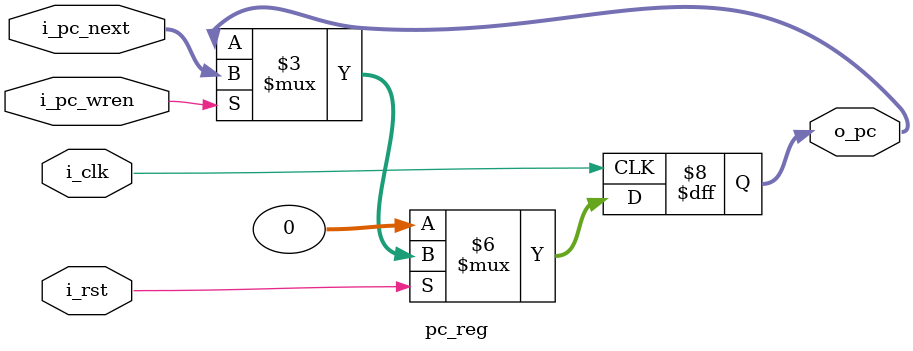
<source format=sv>
module pc_reg (
    input  logic          i_clk,     // Tin hieu dong bo
    input  logic          i_rst,     // Tin hieu reset, kich hoat muc thap
    input  logic          i_pc_wren,    // Tin hieu cho phep ghi
    input  logic [31:0]   i_pc_next, // Gia tri con tro PC ke tiep
    output logic [31:0]   o_pc      // Gia tri con tro PC hien tai
);

    // Lay canh len xung clock hoac tin hieu reset
    always_ff @(posedge i_clk) begin
        // Neu reset bat, tra PC ve 0
        if (!i_rst) begin 
            o_pc <= 32'd0;
        // Neu tin hieu cho phep ghi bat, cap nhat PC voi gia tri moi
        end else if (i_pc_wren) begin
            o_pc <= i_pc_next;
        // Khong thay doi gia tri cua PC neu i_wren tat
        end
    end
endmodule: pc_reg

</source>
